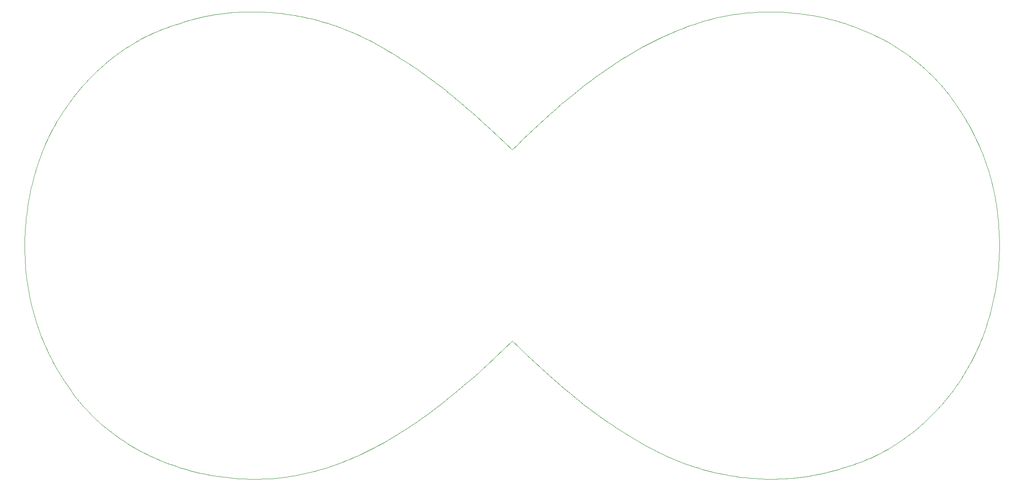
<source format=gbr>
%TF.GenerationSoftware,KiCad,Pcbnew,8.0.1*%
%TF.CreationDate,2024-06-19T14:17:48-04:00*%
%TF.ProjectId,CHV_DC32,4348565f-4443-4333-922e-6b696361645f,rev?*%
%TF.SameCoordinates,Original*%
%TF.FileFunction,Profile,NP*%
%FSLAX46Y46*%
G04 Gerber Fmt 4.6, Leading zero omitted, Abs format (unit mm)*
G04 Created by KiCad (PCBNEW 8.0.1) date 2024-06-19 14:17:48*
%MOMM*%
%LPD*%
G01*
G04 APERTURE LIST*
%TA.AperFunction,Profile*%
%ADD10C,0.100000*%
%TD*%
G04 APERTURE END LIST*
D10*
%TO.C,FID1*%
X53486553Y-69975157D02*
X53493255Y-69199298D01*
X53491139Y-70750996D02*
X53486553Y-69975157D01*
X53493255Y-69199298D02*
X53511600Y-68423617D01*
X53507014Y-71526624D02*
X53491139Y-70750996D01*
X53511600Y-68423617D02*
X53541586Y-67648303D01*
X53534530Y-72301850D02*
X53507014Y-71526624D01*
X53541586Y-67648303D02*
X53582508Y-66873546D01*
X53573689Y-73076477D02*
X53534530Y-72301850D01*
X53582508Y-66873546D02*
X53635425Y-66099533D01*
X53624489Y-73850313D02*
X53573689Y-73076477D01*
X53635425Y-66099533D02*
X53699278Y-65326491D01*
X53686578Y-74623179D02*
X53624489Y-73850313D01*
X53699278Y-65326491D02*
X53774772Y-64554577D01*
X53760308Y-75394845D02*
X53686578Y-74623179D01*
X53774772Y-64554577D02*
X53861203Y-63783969D01*
X53845681Y-76165171D02*
X53760308Y-75394845D01*
X53861203Y-63783969D02*
X53959275Y-63014913D01*
X53942695Y-76933910D02*
X53845681Y-76165171D01*
X53959275Y-63014913D02*
X54068636Y-62247585D01*
X54051350Y-77700920D02*
X53942695Y-76933910D01*
X54068636Y-62247585D02*
X54189286Y-61482128D01*
X54171648Y-78465954D02*
X54051350Y-77700920D01*
X54189286Y-61482128D02*
X54321225Y-60718822D01*
X54303234Y-79228872D02*
X54171648Y-78465954D01*
X54321225Y-60718822D02*
X54464453Y-59957774D01*
X54446814Y-79989461D02*
X54303234Y-79228872D01*
X54464453Y-59957774D02*
X54618970Y-59199231D01*
X54602037Y-80747511D02*
X54446814Y-79989461D01*
X54618970Y-59199231D02*
X54784776Y-58443369D01*
X54769253Y-81502844D02*
X54602037Y-80747511D01*
X54784776Y-58443369D02*
X54961517Y-57690364D01*
X54947759Y-82255249D02*
X54769253Y-81502844D01*
X54961517Y-57690364D02*
X55149548Y-56940464D01*
X55138259Y-83004584D02*
X54947759Y-82255249D01*
X55149548Y-56940464D02*
X55348868Y-56193774D01*
X55340401Y-83750604D02*
X55138259Y-83004584D01*
X55348868Y-56193774D02*
X55559476Y-55450576D01*
X55554537Y-84493131D02*
X55340401Y-83750604D01*
X55559476Y-55450576D02*
X55781021Y-54711013D01*
X55780315Y-85231989D02*
X55554537Y-84493131D01*
X55781021Y-54711013D02*
X56013854Y-53975294D01*
X56013854Y-53975294D02*
X56257624Y-53243597D01*
X56017735Y-85966967D02*
X55780315Y-85231989D01*
X56257624Y-53243597D02*
X56512330Y-52516134D01*
X56267502Y-86697852D02*
X56017735Y-85966967D01*
X56512330Y-52516134D02*
X56778324Y-51793080D01*
X56528557Y-87424505D02*
X56267502Y-86697852D01*
X56778324Y-51793080D02*
X57055608Y-51074612D01*
X56801608Y-88146712D02*
X56528557Y-87424505D01*
X57055608Y-51074612D02*
X57343475Y-50360978D01*
X57086652Y-88864262D02*
X56801608Y-88146712D01*
X57343475Y-50360978D02*
X57574544Y-49830011D01*
X57383691Y-89576944D02*
X57086652Y-88864262D01*
X57574544Y-49830011D02*
X57812669Y-49301903D01*
X57692372Y-90284617D02*
X57383691Y-89576944D01*
X57812669Y-49301903D02*
X58057144Y-48776687D01*
X58013400Y-90987068D02*
X57692372Y-90284617D01*
X58057144Y-48776687D02*
X58308322Y-48254470D01*
X58308322Y-48254470D02*
X58566203Y-47735392D01*
X58346070Y-91684123D02*
X58013400Y-90987068D01*
X58566203Y-47735392D02*
X58830434Y-47219454D01*
X58690734Y-92375532D02*
X58346070Y-91684123D01*
X58830434Y-47219454D02*
X59101367Y-46706833D01*
X59047392Y-93061156D02*
X58690734Y-92375532D01*
X59101367Y-46706833D02*
X59379004Y-46197598D01*
X59379004Y-46197598D02*
X59662637Y-45691820D01*
X59416045Y-93740783D02*
X59047392Y-93061156D01*
X59662637Y-45691820D02*
X59952621Y-45189605D01*
X59796693Y-94414201D02*
X59416045Y-93740783D01*
X59952621Y-45189605D02*
X60249307Y-44691024D01*
X60189687Y-95081269D02*
X59796693Y-94414201D01*
X60249307Y-44691024D02*
X60551990Y-44196182D01*
X60551990Y-44196182D02*
X60860671Y-43705186D01*
X60594324Y-95741740D02*
X60189687Y-95081269D01*
X60860671Y-43705186D02*
X61175702Y-43218105D01*
X61011307Y-96395437D02*
X60594324Y-95741740D01*
X61175702Y-43218105D02*
X61497083Y-42735046D01*
X61440285Y-97042185D02*
X61011307Y-96395437D01*
X61497083Y-42735046D02*
X61824108Y-42256115D01*
X61824108Y-42256115D02*
X62157130Y-41781346D01*
X61881258Y-97681772D02*
X61440285Y-97042185D01*
X62157130Y-41781346D02*
X62496503Y-41310881D01*
X62270372Y-98274792D02*
X61881258Y-97681772D01*
X62496503Y-41310881D02*
X62841520Y-40844791D01*
X62670070Y-98858604D02*
X62270372Y-98274792D01*
X62841520Y-40844791D02*
X63192534Y-40383181D01*
X63079998Y-99433174D02*
X62670070Y-98858604D01*
X63192534Y-40383181D02*
X63549192Y-39926157D01*
X63500156Y-99998500D02*
X63079998Y-99433174D01*
X63549192Y-39926157D02*
X63911495Y-39473755D01*
X63911495Y-39473755D02*
X64279796Y-39026115D01*
X63930193Y-100554549D02*
X63500156Y-99998500D01*
X64279796Y-39026115D02*
X64653387Y-38583308D01*
X64370107Y-101101355D02*
X63930193Y-100554549D01*
X64653387Y-38583308D02*
X65032977Y-38145440D01*
X64819546Y-101638883D02*
X64370107Y-101101355D01*
X65032977Y-38145440D02*
X65417857Y-37712581D01*
X65278510Y-102167132D02*
X64819546Y-101638883D01*
X65417857Y-37712581D02*
X65808383Y-37284838D01*
X65746294Y-102686034D02*
X65278510Y-102167132D01*
X65808383Y-37284838D02*
X66204200Y-36862316D01*
X66204200Y-36862316D02*
X66605661Y-36445050D01*
X66223602Y-103195657D02*
X65746294Y-102686034D01*
X66605661Y-36445050D02*
X67012061Y-36033217D01*
X66709378Y-103695966D02*
X66223602Y-103195657D01*
X67012061Y-36033217D02*
X67424106Y-35626816D01*
X67203972Y-104186963D02*
X66709378Y-103695966D01*
X67424106Y-35626816D02*
X67841089Y-35226025D01*
X67707034Y-104668611D02*
X67203972Y-104186963D01*
X67841089Y-35226025D02*
X68263718Y-34830879D01*
X68218562Y-105140875D02*
X67707034Y-104668611D01*
X68263718Y-34830879D02*
X68691284Y-34441376D01*
X68691284Y-34441376D02*
X69123790Y-34057907D01*
X68737851Y-105603755D02*
X68218562Y-105140875D01*
X69123790Y-34057907D02*
X69561235Y-33680434D01*
X69265254Y-106057427D02*
X68737851Y-105603755D01*
X69561235Y-33680434D02*
X70003971Y-33308606D01*
X69800771Y-106501575D02*
X69265254Y-106057427D01*
X70003971Y-33308606D02*
X70451647Y-32943128D01*
X70343344Y-106936197D02*
X69800771Y-106501575D01*
X70451647Y-32943128D02*
X70904261Y-32584000D01*
X70893678Y-107361647D02*
X70343344Y-106936197D01*
X70904261Y-32584000D02*
X71361461Y-32230870D01*
X71361461Y-32230870D02*
X71823600Y-31884442D01*
X71451067Y-107777573D02*
X70893678Y-107361647D01*
X71823600Y-31884442D02*
X72290326Y-31544364D01*
X72015512Y-108184326D02*
X71451067Y-107777573D01*
X72290326Y-31544364D02*
X72761990Y-31210988D01*
X72586659Y-108581554D02*
X72015512Y-108184326D01*
X72761990Y-31210988D02*
X73238240Y-30883963D01*
X73164510Y-108969257D02*
X72586659Y-108581554D01*
X73238240Y-30883963D02*
X73719077Y-30563993D01*
X73719077Y-30563993D02*
X74204146Y-30250727D01*
X73749063Y-109347435D02*
X73164510Y-108969257D01*
X74204146Y-30250727D02*
X74694155Y-29944515D01*
X74339966Y-109716088D02*
X73749063Y-109347435D01*
X74694155Y-29944515D02*
X75188397Y-29645007D01*
X74936513Y-110075569D02*
X74339966Y-109716088D01*
X75188397Y-29645007D02*
X75686872Y-29352907D01*
X75539411Y-110425172D02*
X74936513Y-110075569D01*
X75686872Y-29352907D02*
X76189934Y-29068215D01*
X76147953Y-110765602D02*
X75539411Y-110425172D01*
X76189934Y-29068215D02*
X76697228Y-28790578D01*
X76697228Y-28790578D02*
X77208757Y-28520351D01*
X76762140Y-111096508D02*
X76147953Y-110765602D01*
X77208757Y-28520351D02*
X77724165Y-28257531D01*
X77381618Y-111417536D02*
X76762140Y-111096508D01*
X77724165Y-28257531D02*
X78244160Y-28002472D01*
X78006388Y-111729392D02*
X77381618Y-111417536D01*
X78244160Y-28002472D02*
X78768035Y-27754822D01*
X78636096Y-112031723D02*
X78006388Y-111729392D01*
X78768035Y-27754822D02*
X79295791Y-27515286D01*
X79270744Y-112324528D02*
X78636096Y-112031723D01*
X79295791Y-27515286D02*
X79827780Y-27283158D01*
X79827780Y-27283158D02*
X80363650Y-27059497D01*
X79909978Y-112607456D02*
X79270744Y-112324528D01*
X80363650Y-27059497D02*
X80903400Y-26843597D01*
X80553797Y-112881212D02*
X79909978Y-112607456D01*
X80903400Y-26843597D02*
X81447031Y-26635810D01*
X81201851Y-113145090D02*
X80553797Y-112881212D01*
X81447031Y-26635810D02*
X81994543Y-26436138D01*
X81854137Y-113399796D02*
X81201851Y-113145090D01*
X81994543Y-26436138D02*
X82545582Y-26244932D01*
X82510304Y-113644624D02*
X81854137Y-113399796D01*
X82545582Y-26244932D02*
X83100149Y-26062193D01*
X83100149Y-26062193D02*
X83658597Y-25887921D01*
X83170352Y-113879927D02*
X82510304Y-113644624D01*
X83658597Y-25887921D02*
X84314411Y-25659321D01*
X83833575Y-114105352D02*
X83170352Y-113879927D01*
X84314411Y-25659321D02*
X84972695Y-25441304D01*
X84500678Y-114321252D02*
X83833575Y-114105352D01*
X84972695Y-25441304D02*
X85633448Y-25234223D01*
X85170603Y-114527627D02*
X84500678Y-114321252D01*
X85633448Y-25234223D02*
X86296671Y-25038079D01*
X85843704Y-114724477D02*
X85170603Y-114527627D01*
X86296671Y-25038079D02*
X86962363Y-24852518D01*
X86519626Y-114911449D02*
X85843704Y-114724477D01*
X86962363Y-24852518D02*
X87630171Y-24677540D01*
X87198371Y-115088897D02*
X86519626Y-114911449D01*
X87630171Y-24677540D02*
X88299744Y-24513498D01*
X87879233Y-115256819D02*
X87198371Y-115088897D01*
X88299744Y-24513498D02*
X88971433Y-24359687D01*
X88562916Y-115414864D02*
X87879233Y-115256819D01*
X88971433Y-24359687D02*
X89644887Y-24216459D01*
X89248364Y-115563030D02*
X88562916Y-115414864D01*
X89644887Y-24216459D02*
X90320104Y-24083814D01*
X89935576Y-115701672D02*
X89248364Y-115563030D01*
X90320104Y-24083814D02*
X90997085Y-23961400D01*
X90624904Y-115830789D02*
X89935576Y-115701672D01*
X90997085Y-23961400D02*
X91675124Y-23849570D01*
X91315643Y-115949675D02*
X90624904Y-115830789D01*
X91675124Y-23849570D02*
X92354927Y-23747970D01*
X92007794Y-116059389D02*
X91315643Y-115949675D01*
X92354927Y-23747970D02*
X93035436Y-23656600D01*
X92701355Y-116158872D02*
X92007794Y-116059389D01*
X93035436Y-23656600D02*
X93717356Y-23575461D01*
X93395622Y-116248831D02*
X92701355Y-116158872D01*
X93717356Y-23575461D02*
X94400334Y-23504553D01*
X94090948Y-116329264D02*
X93395622Y-116248831D01*
X94400334Y-23504553D02*
X95083665Y-23443875D01*
X94786979Y-116399467D02*
X94090948Y-116329264D01*
X95083665Y-23443875D02*
X95768054Y-23393075D01*
X95483362Y-116460145D02*
X94786979Y-116399467D01*
X95768054Y-23393075D02*
X96453149Y-23352506D01*
X96179746Y-116510945D02*
X95483362Y-116460145D01*
X96453149Y-23352506D02*
X97138597Y-23321461D01*
X96876836Y-116551867D02*
X96179746Y-116510945D01*
X97138597Y-23321461D02*
X97824397Y-23300647D01*
X97573572Y-116583264D02*
X96876836Y-116551867D01*
X97824397Y-23300647D02*
X98510550Y-23289711D01*
X98269956Y-116604431D02*
X97573572Y-116583264D01*
X98510550Y-23289711D02*
X99196704Y-23288653D01*
X98965987Y-116616073D02*
X98269956Y-116604431D01*
X99196704Y-23288653D02*
X99882857Y-23297119D01*
X99661312Y-116617837D02*
X98965987Y-116616073D01*
X99882857Y-23297119D02*
X100569010Y-23315464D01*
X100356285Y-116609370D02*
X99661312Y-116617837D01*
X100569010Y-23315464D02*
X101254811Y-23343686D01*
X101144744Y-116589262D02*
X100356285Y-116609370D01*
X101254811Y-23343686D02*
X101940258Y-23381081D01*
X101930380Y-116555042D02*
X101144744Y-116589262D01*
X101940258Y-23381081D02*
X102625353Y-23428353D01*
X102625353Y-23428353D02*
X103309742Y-23485150D01*
X102712489Y-116507064D02*
X101930380Y-116555042D01*
X103309742Y-23485150D02*
X103993426Y-23551472D01*
X103491776Y-116444975D02*
X102712489Y-116507064D01*
X103993426Y-23551472D02*
X104676404Y-23626967D01*
X104267535Y-116369481D02*
X103491776Y-116444975D01*
X104676404Y-23626967D02*
X105357971Y-23711986D01*
X105040471Y-116280934D02*
X104267535Y-116369481D01*
X105357971Y-23711986D02*
X106038833Y-23806178D01*
X105809880Y-116178981D02*
X105040471Y-116280934D01*
X106038833Y-23806178D02*
X106718636Y-23909895D01*
X106576114Y-116063975D02*
X105809880Y-116178981D01*
X106718636Y-23909895D02*
X107396676Y-24022431D01*
X107338820Y-115936622D02*
X106576114Y-116063975D01*
X107396676Y-24022431D02*
X108073657Y-24144492D01*
X108073657Y-24144492D02*
X108748874Y-24275373D01*
X108098704Y-115796569D02*
X107338820Y-115936622D01*
X108748874Y-24275373D02*
X109422327Y-24415779D01*
X108855060Y-115644169D02*
X108098704Y-115796569D01*
X109422327Y-24415779D02*
X110094369Y-24564651D01*
X109608241Y-115480128D02*
X108855060Y-115644169D01*
X110094369Y-24564651D02*
X110763942Y-24723048D01*
X110357894Y-115303739D02*
X109608241Y-115480128D01*
X110763942Y-24723048D02*
X111431750Y-24889912D01*
X111104725Y-115116061D02*
X110357894Y-115303739D01*
X111431750Y-24889912D02*
X112097442Y-25065948D01*
X111847676Y-114916741D02*
X111104725Y-115116061D01*
X112097442Y-25065948D02*
X112761018Y-25250451D01*
X112587804Y-114706133D02*
X111847676Y-114916741D01*
X112761018Y-25250451D02*
X113421771Y-25444126D01*
X113324404Y-114484235D02*
X112587804Y-114706133D01*
X113421771Y-25444126D02*
X114080055Y-25646268D01*
X114057830Y-114252107D02*
X113324404Y-114484235D01*
X114080055Y-25646268D02*
X114735869Y-25857229D01*
X114735869Y-25857229D02*
X115388861Y-26076657D01*
X114787727Y-114009043D02*
X114057830Y-114252107D01*
X115388861Y-26076657D02*
X116039031Y-26304552D01*
X115514097Y-113755396D02*
X114787727Y-114009043D01*
X116039031Y-26304552D02*
X116686026Y-26541266D01*
X116237645Y-113491518D02*
X115514097Y-113755396D01*
X116686026Y-26541266D02*
X117330198Y-26786447D01*
X116957312Y-113218115D02*
X116237645Y-113491518D01*
X117330198Y-26786447D02*
X117970843Y-27039741D01*
X117673804Y-112934481D02*
X116957312Y-113218115D01*
X117970843Y-27039741D02*
X118608313Y-27301503D01*
X118387121Y-112641323D02*
X117673804Y-112934481D01*
X118608313Y-27301503D02*
X119241902Y-27571730D01*
X119096911Y-112338992D02*
X118387121Y-112641323D01*
X119241902Y-27571730D02*
X119872317Y-27850072D01*
X119803172Y-112027136D02*
X119096911Y-112338992D01*
X119872317Y-27850072D02*
X120498850Y-28136881D01*
X120498850Y-28136881D02*
X121121504Y-28431450D01*
X120505906Y-111706461D02*
X119803172Y-112027136D01*
X121121504Y-28431450D02*
X121739923Y-28734487D01*
X121205465Y-111377319D02*
X120505906Y-111706461D01*
X121739923Y-28734487D02*
X122354815Y-29045284D01*
X121901496Y-111039358D02*
X121205465Y-111377319D01*
X122354815Y-29045284D02*
X122965121Y-29364548D01*
X122594352Y-110692930D02*
X121901496Y-111039358D01*
X122965121Y-29364548D02*
X123571194Y-29691221D01*
X123283327Y-110338741D02*
X122594352Y-110692930D01*
X123571194Y-29691221D02*
X124172681Y-30026360D01*
X123969128Y-109976085D02*
X123283327Y-110338741D01*
X124172681Y-30026360D02*
X124769581Y-30368907D01*
X124651400Y-109606021D02*
X123969128Y-109976085D01*
X124769581Y-30368907D02*
X125361895Y-30719569D01*
X125330145Y-109228549D02*
X124651400Y-109606021D01*
X125361895Y-30719569D02*
X125949271Y-31077991D01*
X125949271Y-31077991D02*
X126815341Y-31576466D01*
X126005715Y-108843668D02*
X125330145Y-109228549D01*
X126677404Y-108451731D02*
X126005715Y-108843668D01*
X126815341Y-31576466D02*
X127673649Y-32085878D01*
X127345919Y-108052740D02*
X126677404Y-108451731D01*
X127673649Y-32085878D02*
X128524550Y-32606225D01*
X128010552Y-107647045D02*
X127345919Y-108052740D01*
X128524550Y-32606225D02*
X129368042Y-33136803D01*
X128672011Y-107235000D02*
X128010552Y-107647045D01*
X129329589Y-106816958D02*
X128672011Y-107235000D01*
X129368042Y-33136803D02*
X130204832Y-33677612D01*
X129983993Y-106392213D02*
X129329589Y-106816958D01*
X130204832Y-33677612D02*
X131034565Y-34227946D01*
X130634868Y-105962177D02*
X129983993Y-106392213D01*
X131034565Y-34227946D02*
X131857596Y-34787734D01*
X131281863Y-105526143D02*
X130634868Y-105962177D01*
X131857596Y-34787734D02*
X132674278Y-35356447D01*
X131925330Y-105084818D02*
X131281863Y-105526143D01*
X132565622Y-104638237D02*
X131925330Y-105084818D01*
X132674278Y-35356447D02*
X133484609Y-35933874D01*
X133202033Y-104186575D02*
X132565622Y-104638237D01*
X133484609Y-35933874D02*
X134289013Y-36519627D01*
X133834917Y-103730115D02*
X133202033Y-104186575D01*
X134289013Y-36519627D02*
X135087526Y-37113423D01*
X134464061Y-103269070D02*
X133834917Y-103730115D01*
X135087526Y-37113423D02*
X135880430Y-37714874D01*
X135089713Y-102803579D02*
X134464061Y-103269070D01*
X135711767Y-102333891D02*
X135089713Y-102803579D01*
X135880430Y-37714874D02*
X136667866Y-38323663D01*
X136667866Y-38323663D02*
X137450045Y-38939472D01*
X136944973Y-101382766D02*
X135711767Y-102333891D01*
X137450045Y-38939472D02*
X138227180Y-39561949D01*
X138163609Y-100417283D02*
X136944973Y-101382766D01*
X138227180Y-39561949D02*
X138999481Y-40190776D01*
X138999481Y-40190776D02*
X139767091Y-40825565D01*
X139367640Y-99439171D02*
X138163609Y-100417283D01*
X139767091Y-40825565D02*
X140530256Y-41466068D01*
X140530256Y-41466068D02*
X141289187Y-42111864D01*
X140556926Y-98450052D02*
X139367640Y-99439171D01*
X141289187Y-42111864D02*
X142044026Y-42762704D01*
X141731465Y-97451584D02*
X140556926Y-98450052D01*
X142044026Y-42762704D02*
X142795020Y-43418165D01*
X142795020Y-43418165D02*
X143542380Y-44077966D01*
X142891152Y-96445426D02*
X141731465Y-97451584D01*
X143542380Y-44077966D02*
X145026834Y-45409209D01*
X144035916Y-95433235D02*
X142891152Y-96445426D01*
X144897330Y-94640684D02*
X144035916Y-95433235D01*
X145026834Y-45409209D02*
X146499012Y-46753752D01*
X145755004Y-93844112D02*
X144897330Y-94640684D01*
X146499012Y-46753752D02*
X147960536Y-48108878D01*
X147462061Y-92242112D02*
X145755004Y-93844112D01*
X147960536Y-48108878D02*
X149412959Y-49471942D01*
X149412959Y-49471942D02*
X150857867Y-50840262D01*
X150857867Y-50840262D02*
X151920928Y-49794910D01*
X150864217Y-89025305D02*
X147462061Y-92242112D01*
X151920928Y-49794910D02*
X152993444Y-48753086D01*
X152307784Y-90417085D02*
X150864217Y-89025305D01*
X152993444Y-48753086D02*
X154075731Y-47715919D01*
X153760595Y-91801950D02*
X152307784Y-90417085D01*
X154075731Y-47715919D02*
X155167932Y-46684502D01*
X155167932Y-46684502D02*
X156270293Y-45660034D01*
X155224094Y-93177255D02*
X153760595Y-91801950D01*
X156270293Y-45660034D02*
X157382990Y-44643575D01*
X156699906Y-94540390D02*
X155224094Y-93177255D01*
X157382990Y-44643575D02*
X158506305Y-43636288D01*
X157442856Y-95216524D02*
X156699906Y-94540390D01*
X158189476Y-95888601D02*
X157442856Y-95216524D01*
X158506305Y-43636288D02*
X159640416Y-42639267D01*
X158939905Y-96556304D02*
X158189476Y-95888601D01*
X159640416Y-42639267D02*
X160785534Y-41653676D01*
X159694391Y-97219315D02*
X158939905Y-96556304D01*
X160453040Y-97877246D02*
X159694391Y-97219315D01*
X160785534Y-41653676D02*
X161941905Y-40680643D01*
X161216134Y-98529815D02*
X160453040Y-97877246D01*
X161941905Y-40680643D02*
X163109741Y-39721264D01*
X161983815Y-99176633D02*
X161216134Y-98529815D01*
X162756293Y-99817455D02*
X161983815Y-99176633D01*
X163109741Y-39721264D02*
X164289254Y-38776701D01*
X163533745Y-100451855D02*
X162756293Y-99817455D01*
X164289254Y-38776701D02*
X165480621Y-37848083D01*
X164316347Y-101079553D02*
X163533745Y-100451855D01*
X165104312Y-101700231D02*
X164316347Y-101079553D01*
X165480621Y-37848083D02*
X166080844Y-37390107D01*
X165897851Y-102313500D02*
X165104312Y-101700231D01*
X166080844Y-37390107D02*
X166684116Y-36936540D01*
X166684116Y-36936540D02*
X167290467Y-36487489D01*
X166697123Y-102919079D02*
X165897851Y-102313500D01*
X167290467Y-36487489D02*
X167899930Y-36043165D01*
X167502328Y-103516579D02*
X166697123Y-102919079D01*
X167899930Y-36043165D02*
X168512525Y-35603639D01*
X168313657Y-104105753D02*
X167502328Y-103516579D01*
X168512525Y-35603639D02*
X169128285Y-35169087D01*
X169128285Y-35169087D02*
X169747231Y-34739650D01*
X169131305Y-104686179D02*
X168313657Y-104105753D01*
X169747231Y-34739650D02*
X170369397Y-34315435D01*
X169955461Y-105257574D02*
X169131305Y-104686179D01*
X170369397Y-34315435D02*
X170994802Y-33896687D01*
X170786317Y-105819655D02*
X169955461Y-105257574D01*
X170994802Y-33896687D02*
X171623481Y-33483584D01*
X171623481Y-33483584D02*
X172255458Y-33075773D01*
X171624063Y-106371752D02*
X170786317Y-105819655D01*
X172255458Y-33075773D02*
X172890761Y-32673959D01*
X172468888Y-106914325D02*
X171624063Y-106371752D01*
X172890761Y-32673959D02*
X173529427Y-32278142D01*
X173321006Y-107445961D02*
X172468888Y-106914325D01*
X173529427Y-32278142D02*
X174171448Y-31888675D01*
X174171448Y-31888675D02*
X174816890Y-31505205D01*
X174180550Y-107967367D02*
X173321006Y-107445961D01*
X174816890Y-31505205D02*
X175465755Y-31128086D01*
X175047784Y-108477484D02*
X174180550Y-107967367D01*
X175465755Y-31128086D02*
X176118077Y-30757669D01*
X175922850Y-108976312D02*
X175047784Y-108477484D01*
X176118077Y-30757669D02*
X176773926Y-30393602D01*
X176498160Y-109325915D02*
X175922850Y-108976312D01*
X176773926Y-30393602D02*
X177433269Y-30036590D01*
X177078056Y-109667757D02*
X176498160Y-109325915D01*
X177433269Y-30036590D02*
X178096138Y-29686282D01*
X177662398Y-110002191D02*
X177078056Y-109667757D01*
X178096138Y-29686282D02*
X178762571Y-29343382D01*
X178251149Y-110328510D02*
X177662398Y-110002191D01*
X178762571Y-29343382D02*
X179432638Y-29007537D01*
X178844134Y-110647422D02*
X178251149Y-110328510D01*
X179432638Y-29007537D02*
X180106303Y-28679101D01*
X179441246Y-110958572D02*
X178844134Y-110647422D01*
X180042379Y-111261608D02*
X179441246Y-110958572D01*
X180106303Y-28679101D02*
X180783601Y-28358073D01*
X180647429Y-111556883D02*
X180042379Y-111261608D01*
X180783601Y-28358073D02*
X181464604Y-28044806D01*
X181256253Y-111844045D02*
X180647429Y-111556883D01*
X181464604Y-28044806D02*
X182149311Y-27739300D01*
X181868817Y-112123445D02*
X181256253Y-111844045D01*
X182149311Y-27739300D02*
X182837757Y-27441555D01*
X182484908Y-112394731D02*
X181868817Y-112123445D01*
X182837757Y-27441555D02*
X183529943Y-27152277D01*
X183104457Y-112658256D02*
X182484908Y-112394731D01*
X183529943Y-27152277D02*
X184225903Y-26870761D01*
X183727392Y-112913315D02*
X183104457Y-112658256D01*
X184225903Y-26870761D02*
X184925709Y-26598063D01*
X184353503Y-113160612D02*
X183727392Y-112913315D01*
X184925709Y-26598063D02*
X185629325Y-26333480D01*
X184982788Y-113399443D02*
X184353503Y-113160612D01*
X185615072Y-113630160D02*
X184982788Y-113399443D01*
X185629325Y-26333480D02*
X186336856Y-26077716D01*
X186250214Y-113852763D02*
X185615072Y-113630160D01*
X186336856Y-26077716D02*
X187048233Y-25830771D01*
X186888178Y-114066899D02*
X186250214Y-113852763D01*
X187048233Y-25830771D02*
X187763561Y-25592646D01*
X187528787Y-114272568D02*
X186888178Y-114066899D01*
X187763561Y-25592646D02*
X188482840Y-25363693D01*
X188171972Y-114470124D02*
X187528787Y-114272568D01*
X188482840Y-25363693D02*
X189206070Y-25143560D01*
X188817591Y-114659213D02*
X188171972Y-114470124D01*
X189206070Y-25143560D02*
X189933322Y-24933304D01*
X189465538Y-114839835D02*
X188817591Y-114659213D01*
X189933322Y-24933304D02*
X190664595Y-24732220D01*
X190115708Y-115011991D02*
X189465538Y-114839835D01*
X190664595Y-24732220D02*
X191510557Y-24526551D01*
X190767959Y-115175327D02*
X190115708Y-115011991D01*
X191422257Y-115330550D02*
X190767959Y-115175327D01*
X191510557Y-24526551D02*
X192361034Y-24337109D01*
X192078389Y-115476953D02*
X191422257Y-115330550D01*
X192361034Y-24337109D02*
X193215674Y-24163895D01*
X192736284Y-115614536D02*
X192078389Y-115476953D01*
X193215674Y-24163895D02*
X194074124Y-24006556D01*
X193395873Y-115743653D02*
X192736284Y-115614536D01*
X194056979Y-115863950D02*
X193395873Y-115743653D01*
X194074124Y-24006556D02*
X194936102Y-23865445D01*
X194719496Y-115975428D02*
X194056979Y-115863950D01*
X194936102Y-23865445D02*
X195801220Y-23740209D01*
X195383354Y-116078086D02*
X194719496Y-115975428D01*
X195801220Y-23740209D02*
X196669195Y-23631200D01*
X196048411Y-116171572D02*
X195383354Y-116078086D01*
X196669195Y-23631200D02*
X197539710Y-23538067D01*
X196714562Y-116256592D02*
X196048411Y-116171572D01*
X197381700Y-116332439D02*
X196714562Y-116256592D01*
X197539710Y-23538067D02*
X198412376Y-23460456D01*
X198049685Y-116399467D02*
X197381700Y-116332439D01*
X198412376Y-23460456D02*
X199286878Y-23399072D01*
X198718411Y-116457323D02*
X198049685Y-116399467D01*
X199286878Y-23399072D02*
X200162896Y-23353564D01*
X199387772Y-116506359D02*
X198718411Y-116457323D01*
X200057698Y-116546223D02*
X199387772Y-116506359D01*
X200162896Y-23353564D02*
X201040114Y-23323931D01*
X200728011Y-116576562D02*
X200057698Y-116546223D01*
X201040114Y-23323931D02*
X201918178Y-23309819D01*
X201398607Y-116598081D02*
X200728011Y-116576562D01*
X201918178Y-23309819D02*
X202796737Y-23311583D01*
X202069414Y-116610428D02*
X201398607Y-116598081D01*
X202740292Y-116613250D02*
X202069414Y-116610428D01*
X202796737Y-23311583D02*
X203675507Y-23329222D01*
X203411135Y-116606900D02*
X202740292Y-116613250D01*
X203675507Y-23329222D02*
X204554136Y-23362383D01*
X204081836Y-116591025D02*
X203411135Y-116606900D01*
X204554136Y-23362383D02*
X205432271Y-23411420D01*
X204752256Y-116565978D02*
X204081836Y-116591025D01*
X205422393Y-116531406D02*
X204752256Y-116565978D01*
X205432271Y-23411420D02*
X206309629Y-23475978D01*
X206091965Y-116487309D02*
X205422393Y-116531406D01*
X206309629Y-23475978D02*
X207185930Y-23556059D01*
X206760833Y-116433686D02*
X206091965Y-116487309D01*
X207185930Y-23556059D02*
X208060467Y-23651661D01*
X207428994Y-116370539D02*
X206760833Y-116433686D01*
X208060467Y-23651661D02*
X208933592Y-23763139D01*
X208096450Y-116297867D02*
X207428994Y-116370539D01*
X208762848Y-116215670D02*
X208096450Y-116297867D01*
X208933592Y-23763139D02*
X209804248Y-23889787D01*
X209428540Y-116123595D02*
X208762848Y-116215670D01*
X209804248Y-23889787D02*
X210672788Y-24031956D01*
X210092468Y-116021642D02*
X209428540Y-116123595D01*
X210672788Y-24031956D02*
X211538152Y-24189648D01*
X210755691Y-115910164D02*
X210092468Y-116021642D01*
X211417149Y-115788808D02*
X210755691Y-115910164D01*
X211538152Y-24189648D02*
X212400694Y-24362862D01*
X212077197Y-115657575D02*
X211417149Y-115788808D01*
X212400694Y-24362862D02*
X213259709Y-24551245D01*
X212735834Y-115516464D02*
X212077197Y-115657575D01*
X213259709Y-24551245D02*
X214114843Y-24755151D01*
X213392353Y-115365475D02*
X212735834Y-115516464D01*
X214047462Y-115204608D02*
X213392353Y-115365475D01*
X214114843Y-24755151D02*
X214966096Y-24974226D01*
X214700454Y-115033511D02*
X214047462Y-115204608D01*
X214966096Y-24974226D02*
X215812410Y-25208471D01*
X215350977Y-114852535D02*
X214700454Y-115033511D01*
X215812410Y-25208471D02*
X216654492Y-25458237D01*
X215999736Y-114661683D02*
X215350977Y-114852535D01*
X216646378Y-114460246D02*
X215999736Y-114661683D01*
X216654492Y-25458237D02*
X217490928Y-25722821D01*
X217290198Y-114248932D02*
X216646378Y-114460246D01*
X217490928Y-25722821D02*
X218322426Y-26002927D01*
X217858523Y-114082774D02*
X217290198Y-114248932D01*
X218322426Y-26002927D02*
X219147926Y-26298202D01*
X218423673Y-113907796D02*
X217858523Y-114082774D01*
X218984943Y-113723999D02*
X218423673Y-113907796D01*
X219147926Y-26298202D02*
X219967430Y-26608647D01*
X219542332Y-113531735D02*
X218984943Y-113723999D01*
X219967430Y-26608647D02*
X220780230Y-26933908D01*
X220096194Y-113330651D02*
X219542332Y-113531735D01*
X220645822Y-113121454D02*
X220096194Y-113330651D01*
X220780230Y-26933908D02*
X221586328Y-27274339D01*
X221191922Y-112903437D02*
X220645822Y-113121454D01*
X221586328Y-27274339D02*
X222385370Y-27629939D01*
X221734142Y-112677659D02*
X221191922Y-112903437D01*
X222272128Y-112443415D02*
X221734142Y-112677659D01*
X222385370Y-27629939D02*
X223177004Y-28000356D01*
X222806234Y-112201056D02*
X222272128Y-112443415D01*
X223177004Y-28000356D02*
X223960877Y-28385942D01*
X223336460Y-111950936D02*
X222806234Y-112201056D01*
X223862099Y-111692703D02*
X223336460Y-111950936D01*
X223960877Y-28385942D02*
X224736636Y-28786345D01*
X224383858Y-111427061D02*
X223862099Y-111692703D01*
X224736636Y-28786345D02*
X225504280Y-29201565D01*
X224901383Y-111153305D02*
X224383858Y-111427061D01*
X225414322Y-110872141D02*
X224901383Y-111153305D01*
X225504280Y-29201565D02*
X226262753Y-29631601D01*
X225923028Y-110583216D02*
X225414322Y-110872141D01*
X226262753Y-29631601D02*
X227012406Y-30076454D01*
X226427500Y-110287235D02*
X225923028Y-110583216D01*
X226927387Y-109983846D02*
X226427500Y-110287235D01*
X227012406Y-30076454D02*
X227752535Y-30536477D01*
X227422334Y-109673049D02*
X226927387Y-109983846D01*
X227752535Y-30536477D02*
X228482785Y-31010963D01*
X227913049Y-109355549D02*
X227422334Y-109673049D01*
X228399177Y-109030640D02*
X227913049Y-109355549D01*
X228482785Y-31010963D02*
X229202805Y-31500266D01*
X228880719Y-108699029D02*
X228399177Y-109030640D01*
X229202805Y-31500266D02*
X229912947Y-32004033D01*
X229357322Y-108360362D02*
X228880719Y-108699029D01*
X229828986Y-108014992D02*
X229357322Y-108360362D01*
X229912947Y-32004033D02*
X230611800Y-32522970D01*
X230296064Y-107662920D02*
X229828986Y-108014992D01*
X230611800Y-32522970D02*
X231300070Y-33056017D01*
X230758203Y-107304497D02*
X230296064Y-107662920D01*
X231215404Y-106939372D02*
X230758203Y-107304497D01*
X231300070Y-33056017D02*
X231976346Y-33603882D01*
X231667312Y-106568250D02*
X231215404Y-106939372D01*
X231976346Y-33603882D02*
X232641332Y-34166562D01*
X232114282Y-106190424D02*
X231667312Y-106568250D01*
X232556313Y-105806955D02*
X232114282Y-106190424D01*
X232641332Y-34166562D02*
X233293971Y-34743566D01*
X232993052Y-105416782D02*
X232556313Y-105806955D01*
X233293971Y-34743566D02*
X233934616Y-35335140D01*
X233424499Y-105021071D02*
X232993052Y-105416782D01*
X233850655Y-104619363D02*
X233424499Y-105021071D01*
X233934616Y-35335140D02*
X234562208Y-35941177D01*
X234271167Y-104211834D02*
X233850655Y-104619363D01*
X234562208Y-35941177D02*
X235176748Y-36561643D01*
X234686739Y-103798590D02*
X234271167Y-104211834D01*
X235096667Y-103379772D02*
X234686739Y-103798590D01*
X235176748Y-36561643D02*
X235777881Y-37196537D01*
X235500951Y-102955450D02*
X235096667Y-103379772D01*
X235777881Y-37196537D02*
X236365257Y-37845825D01*
X235899943Y-102525696D02*
X235500951Y-102955450D01*
X236293290Y-102090650D02*
X235899943Y-102525696D01*
X236365257Y-37845825D02*
X236938874Y-38509471D01*
X236680640Y-101650348D02*
X236293290Y-102090650D01*
X236938874Y-38509471D02*
X237497674Y-39187440D01*
X237062699Y-101204966D02*
X236680640Y-101650348D01*
X237438760Y-100754504D02*
X237062699Y-101204966D01*
X237497674Y-39187440D02*
X238042011Y-39879661D01*
X237808824Y-100299138D02*
X237438760Y-100754504D01*
X238042011Y-39879661D02*
X238571178Y-40586170D01*
X238173244Y-99838904D02*
X237808824Y-100299138D01*
X238531666Y-99373942D02*
X238173244Y-99838904D01*
X238571178Y-40586170D02*
X239085175Y-41306930D01*
X238884092Y-98904324D02*
X238531666Y-99373942D01*
X239085175Y-41306930D02*
X239583298Y-42041837D01*
X239230167Y-98430155D02*
X238884092Y-98904324D01*
X239570245Y-97951506D02*
X239230167Y-98430155D01*
X239583298Y-42041837D02*
X239826362Y-42414618D01*
X239826362Y-42414618D02*
X240065192Y-42790926D01*
X239904326Y-97468482D02*
X239570245Y-97951506D01*
X240065192Y-42790926D02*
X240494876Y-43430477D01*
X240232409Y-96981225D02*
X239904326Y-97468482D01*
X240494876Y-43430477D02*
X240912212Y-44076908D01*
X240553790Y-96489770D02*
X240232409Y-96981225D01*
X240868821Y-95994223D02*
X240553790Y-96489770D01*
X240912212Y-44076908D02*
X241317554Y-44730006D01*
X241177854Y-95494725D02*
X240868821Y-95994223D01*
X241317554Y-44730006D02*
X241711255Y-45389630D01*
X241480185Y-94991310D02*
X241177854Y-95494725D01*
X241711255Y-45389630D02*
X242092608Y-46055569D01*
X241776166Y-94484086D02*
X241480185Y-94991310D01*
X242065444Y-93973193D02*
X241776166Y-94484086D01*
X242092608Y-46055569D02*
X242462319Y-46727611D01*
X242348019Y-93458666D02*
X242065444Y-93973193D01*
X242462319Y-46727611D02*
X242820036Y-47405615D01*
X242624244Y-92940647D02*
X242348019Y-93458666D01*
X242820036Y-47405615D02*
X243165758Y-48089370D01*
X242893414Y-92419206D02*
X242624244Y-92940647D01*
X243156233Y-91894449D02*
X242893414Y-92419206D01*
X243165758Y-48089370D02*
X243499486Y-48778662D01*
X243411997Y-91366446D02*
X243156233Y-91894449D01*
X243499486Y-48778662D02*
X243821573Y-49473353D01*
X243660706Y-90835339D02*
X243411997Y-91366446D01*
X243821573Y-49473353D02*
X244131664Y-50173229D01*
X243902712Y-90301198D02*
X243660706Y-90835339D01*
X244131664Y-50173229D02*
X244430115Y-50878115D01*
X244137662Y-89764093D02*
X243902712Y-90301198D01*
X244427292Y-89058008D02*
X244137662Y-89764093D01*
X244430115Y-50878115D02*
X244716570Y-51587834D01*
X244705987Y-88347125D02*
X244427292Y-89058008D01*
X244716570Y-51587834D02*
X244991384Y-52302139D01*
X244973746Y-87631691D02*
X244705987Y-88347125D01*
X244991384Y-52302139D02*
X245254557Y-53020888D01*
X245230921Y-86911848D02*
X244973746Y-87631691D01*
X245254557Y-53020888D02*
X245505735Y-53743907D01*
X245476807Y-86187841D02*
X245230921Y-86911848D01*
X245505735Y-53743907D02*
X245745271Y-54470947D01*
X245712110Y-85459778D02*
X245476807Y-86187841D01*
X245745271Y-54470947D02*
X245973166Y-55201903D01*
X245936477Y-84727905D02*
X245712110Y-85459778D01*
X245973166Y-55201903D02*
X246189066Y-55936528D01*
X246149907Y-83992398D02*
X245936477Y-84727905D01*
X246189066Y-55936528D02*
X246393677Y-56674645D01*
X246352755Y-83253434D02*
X246149907Y-83992398D01*
X246393677Y-56674645D02*
X246586647Y-57416079D01*
X246543960Y-82511189D02*
X246352755Y-83253434D01*
X246586647Y-57416079D02*
X246767622Y-58160652D01*
X246724583Y-81765875D02*
X246543960Y-82511189D01*
X246767622Y-58160652D02*
X246937308Y-58908118D01*
X246894269Y-81017703D02*
X246724583Y-81765875D01*
X246937308Y-58908118D02*
X247095352Y-59658371D01*
X247052666Y-80266815D02*
X246894269Y-81017703D01*
X247095352Y-59658371D02*
X247241755Y-60411164D01*
X247200127Y-79513387D02*
X247052666Y-80266815D01*
X247241755Y-60411164D02*
X247376869Y-61166321D01*
X247336653Y-78757666D02*
X247200127Y-79513387D01*
X247376869Y-61166321D02*
X247499989Y-61923700D01*
X247461889Y-77999793D02*
X247336653Y-78757666D01*
X247499989Y-61923700D02*
X247611819Y-62683019D01*
X247576189Y-77239980D02*
X247461889Y-77999793D01*
X247611819Y-62683019D02*
X247712361Y-63444173D01*
X247679553Y-76478403D02*
X247576189Y-77239980D01*
X247712361Y-63444173D02*
X247801261Y-64206950D01*
X247771275Y-75715238D02*
X247679553Y-76478403D01*
X247801261Y-64206950D02*
X247878520Y-64971173D01*
X247852061Y-74950733D02*
X247771275Y-75715238D01*
X247878520Y-64971173D02*
X247944489Y-65736630D01*
X247921911Y-74184993D02*
X247852061Y-74950733D01*
X247944489Y-65736630D02*
X247999170Y-66503129D01*
X247980472Y-73418248D02*
X247921911Y-74184993D01*
X247999170Y-66503129D02*
X248042561Y-67270506D01*
X248027392Y-72650684D02*
X247980472Y-73418248D01*
X248042561Y-67270506D02*
X248074311Y-68038563D01*
X248063728Y-71882485D02*
X248027392Y-72650684D01*
X248074311Y-68038563D02*
X248094772Y-68807115D01*
X248088422Y-71113842D02*
X248063728Y-71882485D01*
X248094772Y-68807115D02*
X248103945Y-69575970D01*
X248101828Y-70344941D02*
X248088422Y-71113842D01*
X248103945Y-69575970D02*
X248101828Y-70344941D01*
%TD*%
M02*

</source>
